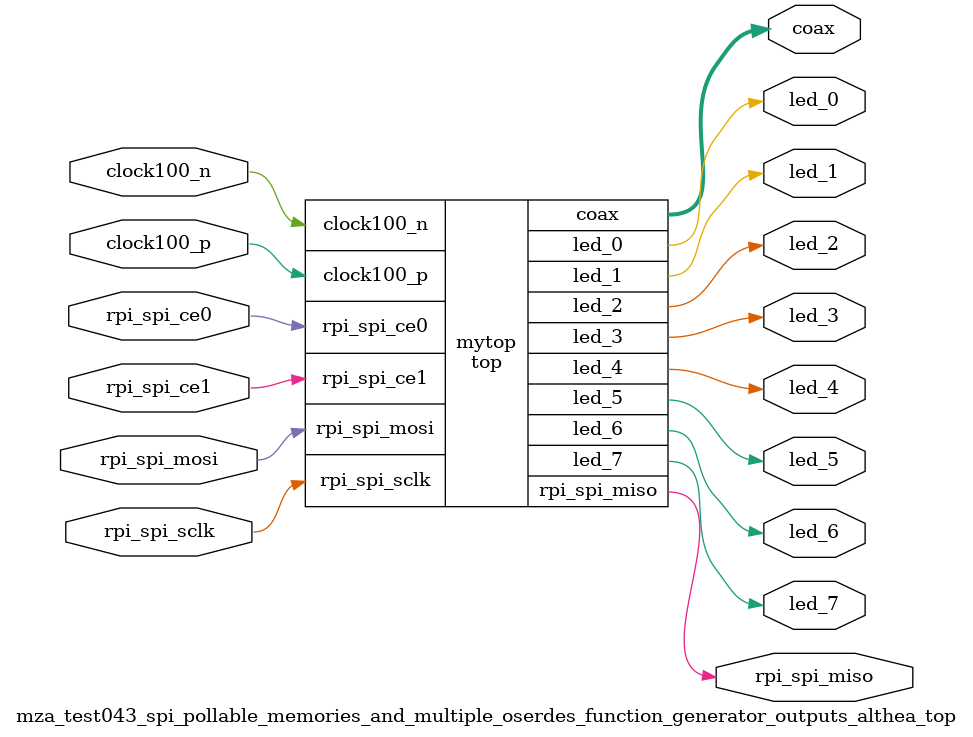
<source format=v>


`define althea_revB
`include "lib/spi.v"
`include "lib/RAM8.v"
`include "lib/serdes_pll.v"
`include "lib/dcm.v"

//`define USE_SLOW_CLOCK
//`define USE_INFERRED_RAM_16
//`define USE_BRAM_512
`define USE_BRAM_4K

//`ifdef xilinx
//`else
//`endif

module top (
	input clock100_p, clock100_n,
	input rpi_spi_sclk,
	input rpi_spi_mosi,
	output rpi_spi_miso,
	input rpi_spi_ce0,
	input rpi_spi_ce1,
	output [5:0] coax,
	output led_0, led_1, led_2, led_3,
	output led_4, led_5, led_6, led_7
);
	reg reset1 = 1;
	reg reset2_clock125 = 1;
	reg reset3_word_clock = 1;
	wire clock100;
	IBUFGDS mybuf (.I(clock100_p), .IB(clock100_n), .O(clock100));
	wire pll_locked;
	wire rawclock125;
	wire clock125;
	BUFG mrt (.I(rawclock125), .O(clock125));
	if (0) begin
		simplepll_BASE #(.overall_divide(1), .multiply(5), .divide0(4), .phase0(0.0), .period(10.0)) kronos (.clockin(clock100), .reset(reset1), .clock0out(rawclock125), .clock1out(), .clock2out(), .clock3out(), .clock4out(), .clock5out(), .locked(pll_locked)); // 100->125
	end else begin
		simpledcm_SP #(.multiply(5), .divide(4), .alt_clockout_divide(2), .period(10.0)) mydcm (.clockin(clock100), .reset(reset1), .clockout(rawclock125), .clockout180(), .alt_clockout(), .locked(pll_locked));
	end
	// ----------------------------------------------------------------------
	wire word_clock;
	wire [7:0] oserdes_word_out;
	wire pll_oserdes_locked;
	wire clock_ram;
	wire clock_spi;
	assign clock_ram = word_clock;
	assign clock_spi = word_clock;
	reg [7:0] reset_counter = 0;
	always @(posedge clock100) begin
		if (reset1) begin
			if (reset_counter[7]) begin
				reset1 <= 0;
			end else begin
				reset_counter <= reset_counter + 1'b1;
			end
		end
	end
	always @(posedge clock125) begin
		if (reset2_clock125) begin
			if (pll_locked) begin
				reset2_clock125 <= 0;
			end
		end
	end
	always @(posedge word_clock) begin
		if (reset3_word_clock) begin
			if (pll_oserdes_locked) begin
				reset3_word_clock <= 0;
			end
		end
	end
	// ----------------------------------------------------------------------
	reg sync_read_address = 0;
	reg [15:0] read_address = 0;
	wire [31:0] start_read_address;
	wire [31:0] end_read_address;
	reg [15:0] last_read_address = 16'd4095;
	// ----------------------------------------------------------------------
	wire miso_ce0;
	wire miso_ce1;
	//assign rpi_spi_miso = rpi_spi_ce1 ? miso_ce0 : miso_ce1;
	assign rpi_spi_miso = rpi_spi_ce0 ? miso_ce1 : miso_ce0;
	// ----------------------------------------------------------------------
	wire [7:0] command8_ce0;
	wire [15:0] address16_ce0;
	wire [31:0] data32_ce0;
	wire [31:0] read_data32_ce0;
	wire transaction_valid_ce0;
	SPI_slave_command8_address16_data32 spi_ce0 (.clock(clock_spi),
		.SCK(rpi_spi_sclk), .MOSI(rpi_spi_mosi), .MISO(miso_ce0), .SSEL(rpi_spi_ce0),
		.transaction_valid(transaction_valid_ce0), .command8(command8_ce0), .address16(address16_ce0), .data32(data32_ce0), .data32_to_master(read_data32_ce0));
	wire [3:0] address4_ce0 = address16_ce0[3:0];
	RAM_inferred_with_register_outputs #(.addr_width(4), .data_width(32)) myram (.reset(reset3_word_clock),
		.wclk(clock_ram), .waddr(address4_ce0), .din(data32_ce0), .write_en(transaction_valid_ce0),
		.rclk(clock_ram), .raddr(address4_ce0), .dout(read_data32_ce0),
		.register0(start_read_address), .register1(end_read_address), .register2(), .register3());
	// ----------------------------------------------------------------------
	wire [7:0] command8;
	wire [15:0] address16;
	wire [31:0] data32_0123;
	wire [31:0] data32_3210;
	assign data32_0123[7:0]   = data32_3210[31:24];
	assign data32_0123[15:8]  = data32_3210[23:16];
	assign data32_0123[23:16] = data32_3210[15:8];
	assign data32_0123[31:24] = data32_3210[7:0];
	wire [31:0] read_data32_0123;
	wire [31:0] read_data32_3210;
	assign read_data32_3210[7:0]   = read_data32_0123[31:24];
	assign read_data32_3210[15:8]  = read_data32_0123[23:16];
	assign read_data32_3210[23:16] = read_data32_0123[15:8];
	assign read_data32_3210[31:24] = read_data32_0123[7:0];
	wire transaction_valid_ce1;
	SPI_slave_command8_address16_data32 spi_ce1 (.clock(clock_spi),
		.SCK(rpi_spi_sclk), .MOSI(rpi_spi_mosi), .MISO(miso_ce1), .SSEL(rpi_spi_ce1),
		.transaction_valid(transaction_valid_ce1), .command8(command8), .address16(address16), .data32(data32_3210), .data32_to_master(read_data32_3210));
`ifdef USE_BRAM_512
	wire [8:0] address9 = address16[8:0];
	wire [10:0] read_address11 = read_address[10:0];
	RAM_s6_512_32bit_8bit mem (.reset(reset3_word_clock),
		.clock_a(clock_ram), .address_a(address9), .data_in_a(data32_0123), .write_enable_a(transaction_valid_ce1), .data_out_a(read_data32_0123),
		.clock_b(clock_ram), .address_b(read_address11), .data_out_b(oserdes_word_out));
`elsif USE_BRAM_4K
	wire [11:0] address12 = address16[11:0];
	wire [13:0] read_address14 = read_address[13:0];
	RAM_s6_4k_32bit_8bit mem (.reset(reset3_word_clock),
		.clock_a(clock_ram), .address_a(address12), .data_in_a(data32_0123), .write_enable_a(transaction_valid_ce1), .data_out_a(read_data32_0123),
		.clock_b(clock_ram), .address_b(read_address14), .data_out_b(oserdes_word_out));
`endif
	// ----------------------------------------------------------------------
	reg sync_out_raw = 0;
	reg [3:0] sync_out_stream = 0;
	always @(posedge word_clock) begin
		sync_out_raw <= 0;
		if (reset3_word_clock) begin
			read_address <= start_read_address[17:2];
			last_read_address <= end_read_address[17:2] - 1'b1;
		end else begin
			if (read_address==last_read_address || sync_read_address) begin
				read_address <= start_read_address[17:2];
				last_read_address <= end_read_address[17:2] - 1'b1;
				sync_out_raw <= 1;
			end else begin
				read_address <= read_address + 1'b1;
			end
		end
		sync_out_stream <= { sync_out_stream[2:0], sync_out_raw };
	end
	//assign coax[5] = sync_out_stream[2];
	if (0) begin
		ocyrus_single8 #(.BIT_DEPTH(8), .PERIOD(8.0), .DIVIDE(1), .MULTIPLY(8), .SCOPE("BUFPLL")) mylei (.clock_in(clock125), .reset(reset2_clock125), .word_clock_out(word_clock), .word_in(oserdes_word_out), .D_out(coax[0]), .locked(pll_oserdes_locked));
		assign coax[1] = 0;
		assign coax[2] = 0;
		assign coax[3] = 0;
		assign coax[4] = 0;
		assign coax[5] = 0;
	end else if (0) begin
		ocyrus_double8 #(.BIT_DEPTH(8), .PERIOD(8.0), .DIVIDE(1), .MULTIPLY(8), .SCOPE("BUFPLL")) mylei (.clock_in(clock125), .reset(reset2_clock125), .word_clock_out(word_clock),
			.word0_in(oserdes_word_out), .D0_out(coax[0]),
			.word1_in(oserdes_word_out), .D1_out(coax[1]),
			.locked(pll_oserdes_locked));
		assign coax[2] = 0;
		assign coax[3] = 0;
		assign coax[4] = 0;
		assign coax[5] = 0;
	end else if (0) begin
		ocyrus_quad8 #(.BIT_DEPTH(8), .PERIOD(8.0), .DIVIDE(1), .MULTIPLY(8), .SCOPE("BUFPLL")) mylei (
			.clock_in(clock125), .reset(reset2_clock125), .word_clock_out(word_clock), .locked(pll_oserdes_locked),
			.word0_in(oserdes_word_out), .word1_in(oserdes_word_out), .word2_in(oserdes_word_out), .word3_in(oserdes_word_out),
			.D0_out(coax[0]), .D1_out(coax[1]), .D2_out(coax[2]), .D3_out(coax[3]));
		assign coax[4] = 0;
		assign coax[5] = 0;
	end else begin
		// hex8 won't work because each bufpll only covers a single bank
//		ocyrus_hex8 #(.BIT_DEPTH(8), .PERIOD(8.0), .DIVIDE(1), .MULTIPLY(8), .SCOPE("BUFPLL")) mylei (
//			.clock_in(clock125), .reset(reset2_clock125), .word_clock_out(word_clock), .locked(pll_oserdes_locked),
//			.word0_in(oserdes_word_out), .word1_in(oserdes_word_out), .word2_in(oserdes_word_out), .word3_in(oserdes_word_out), .word4_in(oserdes_word_out), .word5_in(oserdes_word_out),
//			.D0_out(coax[0]), .D1_out(coax[1]), .D2_out(coax[2]), .D3_out(coax[3]), .D4_out(coax[4]), .D5_out(coax[5]));
		wire pll_oserdes_locked_1;
		wire pll_oserdes_locked_2;
		ocyrus_quad8 #(.BIT_DEPTH(8), .PERIOD(8.0), .DIVIDE(1), .MULTIPLY(8), .SCOPE("BUFPLL")) mylei4 (
			.clock_in(clock125), .reset(reset2_clock125), .word_clock_out(word_clock), .locked(pll_oserdes_locked_1),
			.word0_in(oserdes_word_out), .word1_in(oserdes_word_out), .word2_in(oserdes_word_out), .word3_in(oserdes_word_out),
			.D0_out(coax[0]), .D1_out(coax[1]), .D2_out(coax[2]), .D3_out(coax[3]));
		ocyrus_double8 #(.BIT_DEPTH(8), .PERIOD(8.0), .DIVIDE(1), .MULTIPLY(8), .SCOPE("BUFPLL"), .PINTYPE1("n")) mylei2 (.clock_in(clock125), .reset(reset2_clock125), .word_clock_out(),
			.word0_in(oserdes_word_out), .D0_out(coax[4]),
			.word1_in(oserdes_word_out), .D1_out(coax[5]),
			.locked(pll_oserdes_locked_2));
		assign pll_oserdes_locked = pll_oserdes_locked_1 && pll_oserdes_locked_2;
	end
	// ----------------------------------------------------------------------
	if (0) begin
		wire [7:0] leds;
		assign { led_7, led_6, led_5, led_4, led_3, led_2, led_1, led_0 } = leds;
		assign leds = oserdes_word_out;
	end else begin
		assign led_7 = reset1;
		assign led_6 = reset2_clock125;
		assign led_5 = reset3_word_clock;
		assign led_4 = ~rpi_spi_ce0;
		assign led_3 = ~rpi_spi_ce1;
		assign led_2 = 0;
		assign led_1 = 0;
		assign led_0 = 0;
		//assign led_2 = data32_ce0[2];
		//assign led_1 = data32_ce0[1];
		//assign led_0 = data32_ce0[0];
	end
endmodule

module mza_test043_spi_pollable_memories_and_multiple_oserdes_function_generator_outputs_althea_top (
	input clock100_p, clock100_n,
	input rpi_spi_sclk,
	input rpi_spi_ce0,
	input rpi_spi_ce1,
	input rpi_spi_mosi,
	output rpi_spi_miso,
	output [5:0] coax,
	output led_0, led_1, led_2, led_3, led_4, led_5, led_6, led_7
);
	top mytop (
		.clock100_p(clock100_p), .clock100_n(clock100_n),
		.rpi_spi_mosi(rpi_spi_mosi), .rpi_spi_miso(rpi_spi_miso), .rpi_spi_sclk(rpi_spi_sclk), .rpi_spi_ce0(rpi_spi_ce0), .rpi_spi_ce1(rpi_spi_ce1),
		.coax(coax),
		.led_0(led_0), .led_1(led_1), .led_2(led_2), .led_3(led_3),
		.led_4(led_4), .led_5(led_5), .led_6(led_6), .led_7(led_7)
	);
endmodule


</source>
